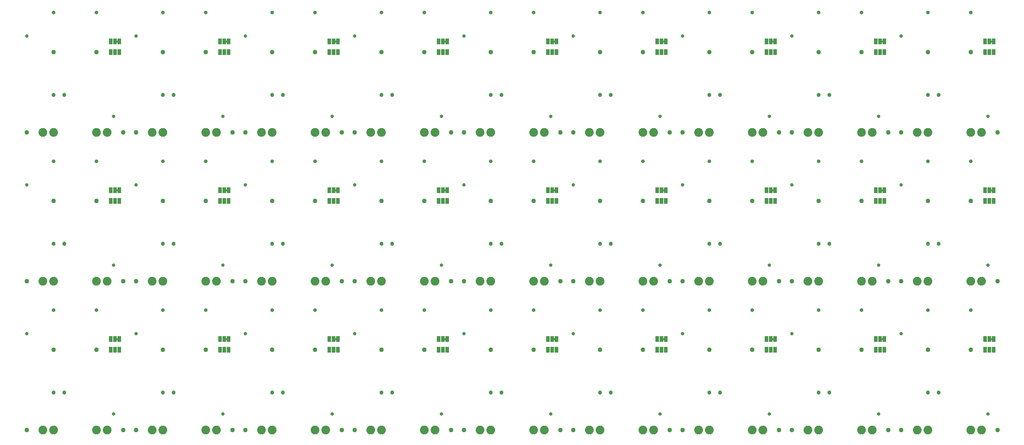
<source format=gbs>
G75*
%MOIN*%
%OFA0B0*%
%FSLAX25Y25*%
%IPPOS*%
%LPD*%
%AMOC8*
5,1,8,0,0,1.08239X$1,22.5*
%
%ADD10C,0.04343*%
%ADD11C,0.03556*%
%ADD12R,0.03300X0.05800*%
%ADD13C,0.00500*%
%ADD14C,0.08200*%
%ADD15C,0.03300*%
%ADD16C,0.03800*%
D10*
X0033400Y0033400D03*
X0123400Y0033400D03*
X0135400Y0033400D03*
X0225400Y0033400D03*
X0237400Y0033400D03*
X0327400Y0033400D03*
X0339400Y0033400D03*
X0429400Y0033400D03*
X0441400Y0033400D03*
X0531400Y0033400D03*
X0543400Y0033400D03*
X0633400Y0033400D03*
X0645400Y0033400D03*
X0735400Y0033400D03*
X0747400Y0033400D03*
X0837400Y0033400D03*
X0849400Y0033400D03*
X0939400Y0033400D03*
X0914400Y0108400D03*
X0874400Y0108400D03*
X0812400Y0108400D03*
X0772400Y0108400D03*
X0710400Y0108400D03*
X0670400Y0108400D03*
X0608400Y0108400D03*
X0568400Y0108400D03*
X0506400Y0108400D03*
X0466400Y0108400D03*
X0404400Y0108400D03*
X0364400Y0108400D03*
X0302400Y0108400D03*
X0262400Y0108400D03*
X0200400Y0108400D03*
X0160400Y0108400D03*
X0098400Y0108400D03*
X0058400Y0108400D03*
X0033400Y0172400D03*
X0123400Y0172400D03*
X0135400Y0172400D03*
X0225400Y0172400D03*
X0237400Y0172400D03*
X0327400Y0172400D03*
X0339400Y0172400D03*
X0429400Y0172400D03*
X0441400Y0172400D03*
X0531400Y0172400D03*
X0543400Y0172400D03*
X0633400Y0172400D03*
X0645400Y0172400D03*
X0735400Y0172400D03*
X0747400Y0172400D03*
X0837400Y0172400D03*
X0849400Y0172400D03*
X0939400Y0172400D03*
X0914400Y0247400D03*
X0874400Y0247400D03*
X0812400Y0247400D03*
X0772400Y0247400D03*
X0710400Y0247400D03*
X0670400Y0247400D03*
X0608400Y0247400D03*
X0568400Y0247400D03*
X0506400Y0247400D03*
X0466400Y0247400D03*
X0404400Y0247400D03*
X0364400Y0247400D03*
X0302400Y0247400D03*
X0262400Y0247400D03*
X0200400Y0247400D03*
X0160400Y0247400D03*
X0098400Y0247400D03*
X0058400Y0247400D03*
X0033400Y0311400D03*
X0123400Y0311400D03*
X0135400Y0311400D03*
X0225400Y0311400D03*
X0237400Y0311400D03*
X0327400Y0311400D03*
X0339400Y0311400D03*
X0429400Y0311400D03*
X0441400Y0311400D03*
X0531400Y0311400D03*
X0543400Y0311400D03*
X0633400Y0311400D03*
X0645400Y0311400D03*
X0735400Y0311400D03*
X0747400Y0311400D03*
X0837400Y0311400D03*
X0849400Y0311400D03*
X0939400Y0311400D03*
X0914400Y0386400D03*
X0874400Y0386400D03*
X0812400Y0386400D03*
X0772400Y0386400D03*
X0710400Y0386400D03*
X0670400Y0386400D03*
X0608400Y0386400D03*
X0568400Y0386400D03*
X0506400Y0386400D03*
X0466400Y0386400D03*
X0404400Y0386400D03*
X0364400Y0386400D03*
X0302400Y0386400D03*
X0262400Y0386400D03*
X0200400Y0386400D03*
X0160400Y0386400D03*
X0098400Y0386400D03*
X0058400Y0386400D03*
D11*
X0058400Y0423400D03*
X0098400Y0423400D03*
X0160400Y0423400D03*
X0200400Y0423400D03*
X0262400Y0423400D03*
X0302400Y0423400D03*
X0364400Y0423400D03*
X0404400Y0423400D03*
X0466400Y0423400D03*
X0506400Y0423400D03*
X0568400Y0423400D03*
X0608400Y0423400D03*
X0670400Y0423400D03*
X0710400Y0423400D03*
X0772400Y0423400D03*
X0812400Y0423400D03*
X0874400Y0423400D03*
X0914400Y0423400D03*
X0914400Y0284400D03*
X0874400Y0284400D03*
X0812400Y0284400D03*
X0772400Y0284400D03*
X0710400Y0284400D03*
X0670400Y0284400D03*
X0608400Y0284400D03*
X0568400Y0284400D03*
X0506400Y0284400D03*
X0466400Y0284400D03*
X0404400Y0284400D03*
X0364400Y0284400D03*
X0302400Y0284400D03*
X0262400Y0284400D03*
X0200400Y0284400D03*
X0160400Y0284400D03*
X0098400Y0284400D03*
X0058400Y0284400D03*
X0058400Y0145400D03*
X0098400Y0145400D03*
X0160400Y0145400D03*
X0200400Y0145400D03*
X0262400Y0145400D03*
X0302400Y0145400D03*
X0364400Y0145400D03*
X0404400Y0145400D03*
X0466400Y0145400D03*
X0506400Y0145400D03*
X0568400Y0145400D03*
X0608400Y0145400D03*
X0670400Y0145400D03*
X0710400Y0145400D03*
X0772400Y0145400D03*
X0812400Y0145400D03*
X0874400Y0145400D03*
X0914400Y0145400D03*
D12*
X0927900Y0118400D03*
X0931900Y0118400D03*
X0935900Y0118400D03*
X0935900Y0108400D03*
X0931900Y0108400D03*
X0927900Y0108400D03*
X0833900Y0108400D03*
X0829900Y0108400D03*
X0825900Y0108400D03*
X0825900Y0118400D03*
X0829900Y0118400D03*
X0833900Y0118400D03*
X0731900Y0118400D03*
X0727900Y0118400D03*
X0723900Y0118400D03*
X0723900Y0108400D03*
X0727900Y0108400D03*
X0731900Y0108400D03*
X0629900Y0108400D03*
X0625900Y0108400D03*
X0621900Y0108400D03*
X0621900Y0118400D03*
X0625900Y0118400D03*
X0629900Y0118400D03*
X0527900Y0118400D03*
X0523900Y0118400D03*
X0519900Y0118400D03*
X0519900Y0108400D03*
X0523900Y0108400D03*
X0527900Y0108400D03*
X0425900Y0108400D03*
X0421900Y0108400D03*
X0417900Y0108400D03*
X0417900Y0118400D03*
X0421900Y0118400D03*
X0425900Y0118400D03*
X0323900Y0118400D03*
X0319900Y0118400D03*
X0315900Y0118400D03*
X0315900Y0108400D03*
X0319900Y0108400D03*
X0323900Y0108400D03*
X0221900Y0108400D03*
X0217900Y0108400D03*
X0213900Y0108400D03*
X0213900Y0118400D03*
X0217900Y0118400D03*
X0221900Y0118400D03*
X0119900Y0118400D03*
X0115900Y0118400D03*
X0111900Y0118400D03*
X0111900Y0108400D03*
X0115900Y0108400D03*
X0119900Y0108400D03*
X0119900Y0247400D03*
X0115900Y0247400D03*
X0111900Y0247400D03*
X0111900Y0257400D03*
X0115900Y0257400D03*
X0119900Y0257400D03*
X0213900Y0257400D03*
X0217900Y0257400D03*
X0221900Y0257400D03*
X0221900Y0247400D03*
X0217900Y0247400D03*
X0213900Y0247400D03*
X0315900Y0247400D03*
X0319900Y0247400D03*
X0323900Y0247400D03*
X0323900Y0257400D03*
X0319900Y0257400D03*
X0315900Y0257400D03*
X0417900Y0257400D03*
X0421900Y0257400D03*
X0425900Y0257400D03*
X0425900Y0247400D03*
X0421900Y0247400D03*
X0417900Y0247400D03*
X0519900Y0247400D03*
X0523900Y0247400D03*
X0527900Y0247400D03*
X0527900Y0257400D03*
X0523900Y0257400D03*
X0519900Y0257400D03*
X0621900Y0257400D03*
X0625900Y0257400D03*
X0629900Y0257400D03*
X0629900Y0247400D03*
X0625900Y0247400D03*
X0621900Y0247400D03*
X0723900Y0247400D03*
X0727900Y0247400D03*
X0731900Y0247400D03*
X0731900Y0257400D03*
X0727900Y0257400D03*
X0723900Y0257400D03*
X0825900Y0257400D03*
X0829900Y0257400D03*
X0833900Y0257400D03*
X0833900Y0247400D03*
X0829900Y0247400D03*
X0825900Y0247400D03*
X0927900Y0247400D03*
X0931900Y0247400D03*
X0935900Y0247400D03*
X0935900Y0257400D03*
X0931900Y0257400D03*
X0927900Y0257400D03*
X0927900Y0386400D03*
X0931900Y0386400D03*
X0935900Y0386400D03*
X0935900Y0396400D03*
X0931900Y0396400D03*
X0927900Y0396400D03*
X0833900Y0396400D03*
X0829900Y0396400D03*
X0825900Y0396400D03*
X0825900Y0386400D03*
X0829900Y0386400D03*
X0833900Y0386400D03*
X0731900Y0386400D03*
X0727900Y0386400D03*
X0723900Y0386400D03*
X0723900Y0396400D03*
X0727900Y0396400D03*
X0731900Y0396400D03*
X0629900Y0396400D03*
X0625900Y0396400D03*
X0621900Y0396400D03*
X0621900Y0386400D03*
X0625900Y0386400D03*
X0629900Y0386400D03*
X0527900Y0386400D03*
X0523900Y0386400D03*
X0519900Y0386400D03*
X0519900Y0396400D03*
X0523900Y0396400D03*
X0527900Y0396400D03*
X0425900Y0396400D03*
X0421900Y0396400D03*
X0417900Y0396400D03*
X0417900Y0386400D03*
X0421900Y0386400D03*
X0425900Y0386400D03*
X0323900Y0386400D03*
X0319900Y0386400D03*
X0315900Y0386400D03*
X0315900Y0396400D03*
X0319900Y0396400D03*
X0323900Y0396400D03*
X0221900Y0396400D03*
X0217900Y0396400D03*
X0213900Y0396400D03*
X0213900Y0386400D03*
X0217900Y0386400D03*
X0221900Y0386400D03*
X0119900Y0386400D03*
X0115900Y0386400D03*
X0111900Y0386400D03*
X0111900Y0396400D03*
X0115900Y0396400D03*
X0119900Y0396400D03*
D13*
X0118650Y0396221D02*
X0117150Y0396221D01*
X0117150Y0395900D02*
X0117150Y0396900D01*
X0118650Y0396900D01*
X0118650Y0395900D01*
X0117150Y0395900D01*
X0117150Y0396719D02*
X0118650Y0396719D01*
X0219150Y0396719D02*
X0220650Y0396719D01*
X0220650Y0396900D02*
X0219150Y0396900D01*
X0219150Y0395900D01*
X0220650Y0395900D01*
X0220650Y0396900D01*
X0220650Y0396221D02*
X0219150Y0396221D01*
X0321150Y0396221D02*
X0322650Y0396221D01*
X0322650Y0395900D02*
X0322650Y0396900D01*
X0321150Y0396900D01*
X0321150Y0395900D01*
X0322650Y0395900D01*
X0322650Y0396719D02*
X0321150Y0396719D01*
X0423150Y0396719D02*
X0424650Y0396719D01*
X0424650Y0396900D02*
X0423150Y0396900D01*
X0423150Y0395900D01*
X0424650Y0395900D01*
X0424650Y0396900D01*
X0424650Y0396221D02*
X0423150Y0396221D01*
X0525150Y0396221D02*
X0526650Y0396221D01*
X0526650Y0395900D02*
X0526650Y0396900D01*
X0525150Y0396900D01*
X0525150Y0395900D01*
X0526650Y0395900D01*
X0526650Y0396719D02*
X0525150Y0396719D01*
X0627150Y0396719D02*
X0628650Y0396719D01*
X0628650Y0396900D02*
X0627150Y0396900D01*
X0627150Y0395900D01*
X0628650Y0395900D01*
X0628650Y0396900D01*
X0628650Y0396221D02*
X0627150Y0396221D01*
X0729150Y0396221D02*
X0730650Y0396221D01*
X0730650Y0395900D02*
X0730650Y0396900D01*
X0729150Y0396900D01*
X0729150Y0395900D01*
X0730650Y0395900D01*
X0730650Y0396719D02*
X0729150Y0396719D01*
X0831150Y0396719D02*
X0832650Y0396719D01*
X0832650Y0396900D02*
X0831150Y0396900D01*
X0831150Y0395900D01*
X0832650Y0395900D01*
X0832650Y0396900D01*
X0832650Y0396221D02*
X0831150Y0396221D01*
X0933150Y0396221D02*
X0934650Y0396221D01*
X0934650Y0395900D02*
X0934650Y0396900D01*
X0933150Y0396900D01*
X0933150Y0395900D01*
X0934650Y0395900D01*
X0934650Y0396719D02*
X0933150Y0396719D01*
X0933150Y0257900D02*
X0933150Y0256900D01*
X0934650Y0256900D01*
X0934650Y0257900D01*
X0933150Y0257900D01*
X0933150Y0257635D02*
X0934650Y0257635D01*
X0934650Y0257136D02*
X0933150Y0257136D01*
X0832650Y0257136D02*
X0831150Y0257136D01*
X0831150Y0256900D02*
X0831150Y0257900D01*
X0832650Y0257900D01*
X0832650Y0256900D01*
X0831150Y0256900D01*
X0831150Y0257635D02*
X0832650Y0257635D01*
X0730650Y0257635D02*
X0729150Y0257635D01*
X0729150Y0257900D02*
X0729150Y0256900D01*
X0730650Y0256900D01*
X0730650Y0257900D01*
X0729150Y0257900D01*
X0729150Y0257136D02*
X0730650Y0257136D01*
X0628650Y0257136D02*
X0627150Y0257136D01*
X0627150Y0256900D02*
X0627150Y0257900D01*
X0628650Y0257900D01*
X0628650Y0256900D01*
X0627150Y0256900D01*
X0627150Y0257635D02*
X0628650Y0257635D01*
X0526650Y0257635D02*
X0525150Y0257635D01*
X0525150Y0257900D02*
X0525150Y0256900D01*
X0526650Y0256900D01*
X0526650Y0257900D01*
X0525150Y0257900D01*
X0525150Y0257136D02*
X0526650Y0257136D01*
X0424650Y0257136D02*
X0423150Y0257136D01*
X0423150Y0256900D02*
X0423150Y0257900D01*
X0424650Y0257900D01*
X0424650Y0256900D01*
X0423150Y0256900D01*
X0423150Y0257635D02*
X0424650Y0257635D01*
X0322650Y0257635D02*
X0321150Y0257635D01*
X0321150Y0257900D02*
X0321150Y0256900D01*
X0322650Y0256900D01*
X0322650Y0257900D01*
X0321150Y0257900D01*
X0321150Y0257136D02*
X0322650Y0257136D01*
X0220650Y0257136D02*
X0219150Y0257136D01*
X0219150Y0256900D02*
X0219150Y0257900D01*
X0220650Y0257900D01*
X0220650Y0256900D01*
X0219150Y0256900D01*
X0219150Y0257635D02*
X0220650Y0257635D01*
X0118650Y0257635D02*
X0117150Y0257635D01*
X0117150Y0257900D02*
X0117150Y0256900D01*
X0118650Y0256900D01*
X0118650Y0257900D01*
X0117150Y0257900D01*
X0117150Y0257136D02*
X0118650Y0257136D01*
X0118650Y0118900D02*
X0117150Y0118900D01*
X0117150Y0117900D01*
X0118650Y0117900D01*
X0118650Y0118900D01*
X0118650Y0118550D02*
X0117150Y0118550D01*
X0117150Y0118052D02*
X0118650Y0118052D01*
X0219150Y0118052D02*
X0220650Y0118052D01*
X0220650Y0117900D02*
X0220650Y0118900D01*
X0219150Y0118900D01*
X0219150Y0117900D01*
X0220650Y0117900D01*
X0220650Y0118550D02*
X0219150Y0118550D01*
X0321150Y0118550D02*
X0322650Y0118550D01*
X0322650Y0118900D02*
X0321150Y0118900D01*
X0321150Y0117900D01*
X0322650Y0117900D01*
X0322650Y0118900D01*
X0322650Y0118052D02*
X0321150Y0118052D01*
X0423150Y0118052D02*
X0424650Y0118052D01*
X0424650Y0117900D02*
X0424650Y0118900D01*
X0423150Y0118900D01*
X0423150Y0117900D01*
X0424650Y0117900D01*
X0424650Y0118550D02*
X0423150Y0118550D01*
X0525150Y0118550D02*
X0526650Y0118550D01*
X0526650Y0118900D02*
X0525150Y0118900D01*
X0525150Y0117900D01*
X0526650Y0117900D01*
X0526650Y0118900D01*
X0526650Y0118052D02*
X0525150Y0118052D01*
X0627150Y0118052D02*
X0628650Y0118052D01*
X0628650Y0117900D02*
X0628650Y0118900D01*
X0627150Y0118900D01*
X0627150Y0117900D01*
X0628650Y0117900D01*
X0628650Y0118550D02*
X0627150Y0118550D01*
X0729150Y0118550D02*
X0730650Y0118550D01*
X0730650Y0118900D02*
X0729150Y0118900D01*
X0729150Y0117900D01*
X0730650Y0117900D01*
X0730650Y0118900D01*
X0730650Y0118052D02*
X0729150Y0118052D01*
X0831150Y0118052D02*
X0832650Y0118052D01*
X0832650Y0117900D02*
X0832650Y0118900D01*
X0831150Y0118900D01*
X0831150Y0117900D01*
X0832650Y0117900D01*
X0832650Y0118550D02*
X0831150Y0118550D01*
X0933150Y0118550D02*
X0934650Y0118550D01*
X0934650Y0118900D02*
X0933150Y0118900D01*
X0933150Y0117900D01*
X0934650Y0117900D01*
X0934650Y0118900D01*
X0934650Y0118052D02*
X0933150Y0118052D01*
D14*
X0924400Y0172400D03*
X0914400Y0172400D03*
X0874400Y0172400D03*
X0864400Y0172400D03*
X0822400Y0172400D03*
X0812400Y0172400D03*
X0772400Y0172400D03*
X0762400Y0172400D03*
X0720400Y0172400D03*
X0710400Y0172400D03*
X0670400Y0172400D03*
X0660400Y0172400D03*
X0618400Y0172400D03*
X0608400Y0172400D03*
X0568400Y0172400D03*
X0558400Y0172400D03*
X0516400Y0172400D03*
X0506400Y0172400D03*
X0466400Y0172400D03*
X0456400Y0172400D03*
X0414400Y0172400D03*
X0404400Y0172400D03*
X0364400Y0172400D03*
X0354400Y0172400D03*
X0312400Y0172400D03*
X0302400Y0172400D03*
X0262400Y0172400D03*
X0252400Y0172400D03*
X0210400Y0172400D03*
X0200400Y0172400D03*
X0160400Y0172400D03*
X0150400Y0172400D03*
X0108400Y0172400D03*
X0098400Y0172400D03*
X0058400Y0172400D03*
X0048400Y0172400D03*
X0048400Y0033400D03*
X0058400Y0033400D03*
X0098400Y0033400D03*
X0108400Y0033400D03*
X0150400Y0033400D03*
X0160400Y0033400D03*
X0200400Y0033400D03*
X0210400Y0033400D03*
X0252400Y0033400D03*
X0262400Y0033400D03*
X0302400Y0033400D03*
X0312400Y0033400D03*
X0354400Y0033400D03*
X0364400Y0033400D03*
X0404400Y0033400D03*
X0414400Y0033400D03*
X0456400Y0033400D03*
X0466400Y0033400D03*
X0506400Y0033400D03*
X0516400Y0033400D03*
X0558400Y0033400D03*
X0568400Y0033400D03*
X0608400Y0033400D03*
X0618400Y0033400D03*
X0660400Y0033400D03*
X0670400Y0033400D03*
X0710400Y0033400D03*
X0720400Y0033400D03*
X0762400Y0033400D03*
X0772400Y0033400D03*
X0812400Y0033400D03*
X0822400Y0033400D03*
X0864400Y0033400D03*
X0874400Y0033400D03*
X0914400Y0033400D03*
X0924400Y0033400D03*
X0924400Y0311400D03*
X0914400Y0311400D03*
X0874400Y0311400D03*
X0864400Y0311400D03*
X0822400Y0311400D03*
X0812400Y0311400D03*
X0772400Y0311400D03*
X0762400Y0311400D03*
X0720400Y0311400D03*
X0710400Y0311400D03*
X0670400Y0311400D03*
X0660400Y0311400D03*
X0618400Y0311400D03*
X0608400Y0311400D03*
X0568400Y0311400D03*
X0558400Y0311400D03*
X0516400Y0311400D03*
X0506400Y0311400D03*
X0466400Y0311400D03*
X0456400Y0311400D03*
X0414400Y0311400D03*
X0404400Y0311400D03*
X0364400Y0311400D03*
X0354400Y0311400D03*
X0312400Y0311400D03*
X0302400Y0311400D03*
X0262400Y0311400D03*
X0252400Y0311400D03*
X0210400Y0311400D03*
X0200400Y0311400D03*
X0160400Y0311400D03*
X0150400Y0311400D03*
X0108400Y0311400D03*
X0098400Y0311400D03*
X0058400Y0311400D03*
X0048400Y0311400D03*
D15*
X0114400Y0326400D03*
X0216400Y0326400D03*
X0318400Y0326400D03*
X0420400Y0326400D03*
X0522400Y0326400D03*
X0624400Y0326400D03*
X0726400Y0326400D03*
X0828400Y0326400D03*
X0930400Y0326400D03*
X0849400Y0262400D03*
X0747400Y0262400D03*
X0645400Y0262400D03*
X0543400Y0262400D03*
X0441400Y0262400D03*
X0339400Y0262400D03*
X0237400Y0262400D03*
X0135400Y0262400D03*
X0033400Y0262400D03*
X0114400Y0187400D03*
X0216400Y0187400D03*
X0318400Y0187400D03*
X0420400Y0187400D03*
X0522400Y0187400D03*
X0624400Y0187400D03*
X0726400Y0187400D03*
X0828400Y0187400D03*
X0930400Y0187400D03*
X0849400Y0123400D03*
X0747400Y0123400D03*
X0645400Y0123400D03*
X0543400Y0123400D03*
X0441400Y0123400D03*
X0339400Y0123400D03*
X0237400Y0123400D03*
X0135400Y0123400D03*
X0033400Y0123400D03*
X0114400Y0048400D03*
X0216400Y0048400D03*
X0318400Y0048400D03*
X0420400Y0048400D03*
X0522400Y0048400D03*
X0624400Y0048400D03*
X0726400Y0048400D03*
X0828400Y0048400D03*
X0930400Y0048400D03*
X0849400Y0401400D03*
X0747400Y0401400D03*
X0645400Y0401400D03*
X0543400Y0401400D03*
X0441400Y0401400D03*
X0339400Y0401400D03*
X0237400Y0401400D03*
X0135400Y0401400D03*
X0033400Y0401400D03*
D16*
X0058400Y0346400D03*
X0068400Y0346400D03*
X0160400Y0346400D03*
X0170400Y0346400D03*
X0262400Y0346400D03*
X0272400Y0346400D03*
X0364400Y0346400D03*
X0374400Y0346400D03*
X0466400Y0346400D03*
X0476400Y0346400D03*
X0568400Y0346400D03*
X0578400Y0346400D03*
X0670400Y0346400D03*
X0680400Y0346400D03*
X0772400Y0346400D03*
X0782400Y0346400D03*
X0874400Y0346400D03*
X0884400Y0346400D03*
X0884400Y0207400D03*
X0874400Y0207400D03*
X0782400Y0207400D03*
X0772400Y0207400D03*
X0680400Y0207400D03*
X0670400Y0207400D03*
X0578400Y0207400D03*
X0568400Y0207400D03*
X0476400Y0207400D03*
X0466400Y0207400D03*
X0374400Y0207400D03*
X0364400Y0207400D03*
X0272400Y0207400D03*
X0262400Y0207400D03*
X0170400Y0207400D03*
X0160400Y0207400D03*
X0068400Y0207400D03*
X0058400Y0207400D03*
X0058400Y0068400D03*
X0068400Y0068400D03*
X0160400Y0068400D03*
X0170400Y0068400D03*
X0262400Y0068400D03*
X0272400Y0068400D03*
X0364400Y0068400D03*
X0374400Y0068400D03*
X0466400Y0068400D03*
X0476400Y0068400D03*
X0568400Y0068400D03*
X0578400Y0068400D03*
X0670400Y0068400D03*
X0680400Y0068400D03*
X0772400Y0068400D03*
X0782400Y0068400D03*
X0874400Y0068400D03*
X0884400Y0068400D03*
M02*

</source>
